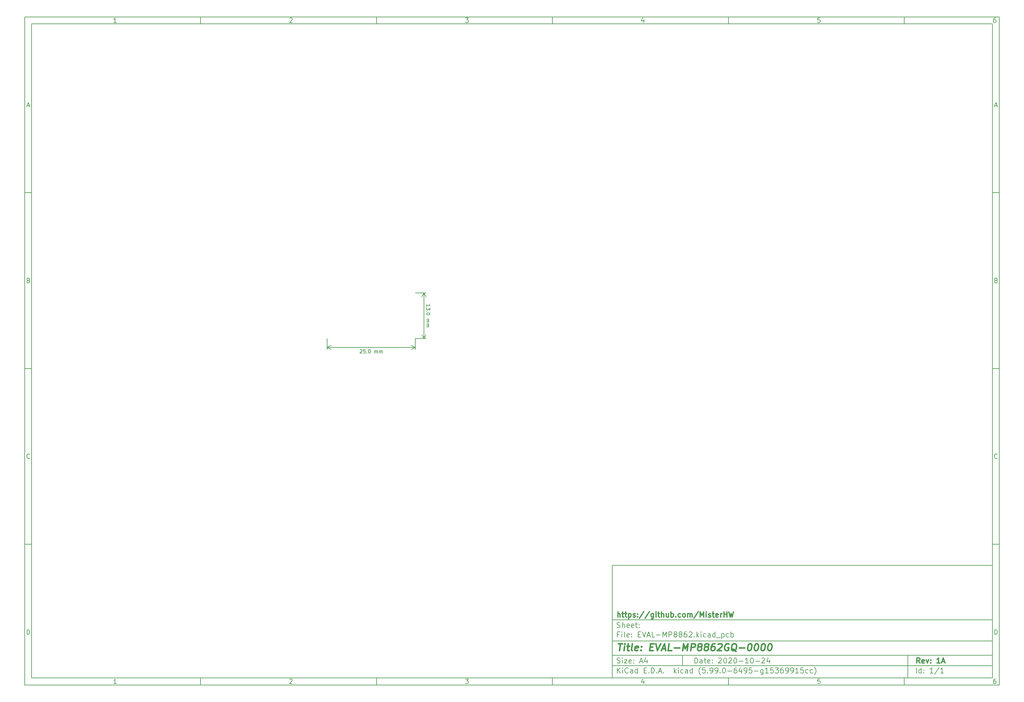
<source format=gbr>
G04 #@! TF.GenerationSoftware,KiCad,Pcbnew,(5.99.0-6495-g15369915cc)*
G04 #@! TF.CreationDate,2020-10-24T18:43:56+02:00*
G04 #@! TF.ProjectId,EVAL-MP8862,4556414c-2d4d-4503-9838-36322e6b6963,1A*
G04 #@! TF.SameCoordinates,Original*
G04 #@! TF.FileFunction,OtherDrawing,Comment*
%FSLAX46Y46*%
G04 Gerber Fmt 4.6, Leading zero omitted, Abs format (unit mm)*
G04 Created by KiCad (PCBNEW (5.99.0-6495-g15369915cc)) date 2020-10-24 18:43:56*
%MOMM*%
%LPD*%
G01*
G04 APERTURE LIST*
%ADD10C,0.100000*%
%ADD11C,0.150000*%
%ADD12C,0.300000*%
%ADD13C,0.400000*%
G04 APERTURE END LIST*
D10*
D11*
X177002200Y-166007200D02*
X177002200Y-198007200D01*
X285002200Y-198007200D01*
X285002200Y-166007200D01*
X177002200Y-166007200D01*
D10*
D11*
X10000000Y-10000000D02*
X10000000Y-200007200D01*
X287002200Y-200007200D01*
X287002200Y-10000000D01*
X10000000Y-10000000D01*
D10*
D11*
X12000000Y-12000000D02*
X12000000Y-198007200D01*
X285002200Y-198007200D01*
X285002200Y-12000000D01*
X12000000Y-12000000D01*
D10*
D11*
X60000000Y-12000000D02*
X60000000Y-10000000D01*
D10*
D11*
X110000000Y-12000000D02*
X110000000Y-10000000D01*
D10*
D11*
X160000000Y-12000000D02*
X160000000Y-10000000D01*
D10*
D11*
X210000000Y-12000000D02*
X210000000Y-10000000D01*
D10*
D11*
X260000000Y-12000000D02*
X260000000Y-10000000D01*
D10*
D11*
X36065476Y-11588095D02*
X35322619Y-11588095D01*
X35694047Y-11588095D02*
X35694047Y-10288095D01*
X35570238Y-10473809D01*
X35446428Y-10597619D01*
X35322619Y-10659523D01*
D10*
D11*
X85322619Y-10411904D02*
X85384523Y-10350000D01*
X85508333Y-10288095D01*
X85817857Y-10288095D01*
X85941666Y-10350000D01*
X86003571Y-10411904D01*
X86065476Y-10535714D01*
X86065476Y-10659523D01*
X86003571Y-10845238D01*
X85260714Y-11588095D01*
X86065476Y-11588095D01*
D10*
D11*
X135260714Y-10288095D02*
X136065476Y-10288095D01*
X135632142Y-10783333D01*
X135817857Y-10783333D01*
X135941666Y-10845238D01*
X136003571Y-10907142D01*
X136065476Y-11030952D01*
X136065476Y-11340476D01*
X136003571Y-11464285D01*
X135941666Y-11526190D01*
X135817857Y-11588095D01*
X135446428Y-11588095D01*
X135322619Y-11526190D01*
X135260714Y-11464285D01*
D10*
D11*
X185941666Y-10721428D02*
X185941666Y-11588095D01*
X185632142Y-10226190D02*
X185322619Y-11154761D01*
X186127380Y-11154761D01*
D10*
D11*
X236003571Y-10288095D02*
X235384523Y-10288095D01*
X235322619Y-10907142D01*
X235384523Y-10845238D01*
X235508333Y-10783333D01*
X235817857Y-10783333D01*
X235941666Y-10845238D01*
X236003571Y-10907142D01*
X236065476Y-11030952D01*
X236065476Y-11340476D01*
X236003571Y-11464285D01*
X235941666Y-11526190D01*
X235817857Y-11588095D01*
X235508333Y-11588095D01*
X235384523Y-11526190D01*
X235322619Y-11464285D01*
D10*
D11*
X285941666Y-10288095D02*
X285694047Y-10288095D01*
X285570238Y-10350000D01*
X285508333Y-10411904D01*
X285384523Y-10597619D01*
X285322619Y-10845238D01*
X285322619Y-11340476D01*
X285384523Y-11464285D01*
X285446428Y-11526190D01*
X285570238Y-11588095D01*
X285817857Y-11588095D01*
X285941666Y-11526190D01*
X286003571Y-11464285D01*
X286065476Y-11340476D01*
X286065476Y-11030952D01*
X286003571Y-10907142D01*
X285941666Y-10845238D01*
X285817857Y-10783333D01*
X285570238Y-10783333D01*
X285446428Y-10845238D01*
X285384523Y-10907142D01*
X285322619Y-11030952D01*
D10*
D11*
X60000000Y-198007200D02*
X60000000Y-200007200D01*
D10*
D11*
X110000000Y-198007200D02*
X110000000Y-200007200D01*
D10*
D11*
X160000000Y-198007200D02*
X160000000Y-200007200D01*
D10*
D11*
X210000000Y-198007200D02*
X210000000Y-200007200D01*
D10*
D11*
X260000000Y-198007200D02*
X260000000Y-200007200D01*
D10*
D11*
X36065476Y-199595295D02*
X35322619Y-199595295D01*
X35694047Y-199595295D02*
X35694047Y-198295295D01*
X35570238Y-198481009D01*
X35446428Y-198604819D01*
X35322619Y-198666723D01*
D10*
D11*
X85322619Y-198419104D02*
X85384523Y-198357200D01*
X85508333Y-198295295D01*
X85817857Y-198295295D01*
X85941666Y-198357200D01*
X86003571Y-198419104D01*
X86065476Y-198542914D01*
X86065476Y-198666723D01*
X86003571Y-198852438D01*
X85260714Y-199595295D01*
X86065476Y-199595295D01*
D10*
D11*
X135260714Y-198295295D02*
X136065476Y-198295295D01*
X135632142Y-198790533D01*
X135817857Y-198790533D01*
X135941666Y-198852438D01*
X136003571Y-198914342D01*
X136065476Y-199038152D01*
X136065476Y-199347676D01*
X136003571Y-199471485D01*
X135941666Y-199533390D01*
X135817857Y-199595295D01*
X135446428Y-199595295D01*
X135322619Y-199533390D01*
X135260714Y-199471485D01*
D10*
D11*
X185941666Y-198728628D02*
X185941666Y-199595295D01*
X185632142Y-198233390D02*
X185322619Y-199161961D01*
X186127380Y-199161961D01*
D10*
D11*
X236003571Y-198295295D02*
X235384523Y-198295295D01*
X235322619Y-198914342D01*
X235384523Y-198852438D01*
X235508333Y-198790533D01*
X235817857Y-198790533D01*
X235941666Y-198852438D01*
X236003571Y-198914342D01*
X236065476Y-199038152D01*
X236065476Y-199347676D01*
X236003571Y-199471485D01*
X235941666Y-199533390D01*
X235817857Y-199595295D01*
X235508333Y-199595295D01*
X235384523Y-199533390D01*
X235322619Y-199471485D01*
D10*
D11*
X285941666Y-198295295D02*
X285694047Y-198295295D01*
X285570238Y-198357200D01*
X285508333Y-198419104D01*
X285384523Y-198604819D01*
X285322619Y-198852438D01*
X285322619Y-199347676D01*
X285384523Y-199471485D01*
X285446428Y-199533390D01*
X285570238Y-199595295D01*
X285817857Y-199595295D01*
X285941666Y-199533390D01*
X286003571Y-199471485D01*
X286065476Y-199347676D01*
X286065476Y-199038152D01*
X286003571Y-198914342D01*
X285941666Y-198852438D01*
X285817857Y-198790533D01*
X285570238Y-198790533D01*
X285446428Y-198852438D01*
X285384523Y-198914342D01*
X285322619Y-199038152D01*
D10*
D11*
X10000000Y-60000000D02*
X12000000Y-60000000D01*
D10*
D11*
X10000000Y-110000000D02*
X12000000Y-110000000D01*
D10*
D11*
X10000000Y-160000000D02*
X12000000Y-160000000D01*
D10*
D11*
X10690476Y-35216666D02*
X11309523Y-35216666D01*
X10566666Y-35588095D02*
X11000000Y-34288095D01*
X11433333Y-35588095D01*
D10*
D11*
X11092857Y-84907142D02*
X11278571Y-84969047D01*
X11340476Y-85030952D01*
X11402380Y-85154761D01*
X11402380Y-85340476D01*
X11340476Y-85464285D01*
X11278571Y-85526190D01*
X11154761Y-85588095D01*
X10659523Y-85588095D01*
X10659523Y-84288095D01*
X11092857Y-84288095D01*
X11216666Y-84350000D01*
X11278571Y-84411904D01*
X11340476Y-84535714D01*
X11340476Y-84659523D01*
X11278571Y-84783333D01*
X11216666Y-84845238D01*
X11092857Y-84907142D01*
X10659523Y-84907142D01*
D10*
D11*
X11402380Y-135464285D02*
X11340476Y-135526190D01*
X11154761Y-135588095D01*
X11030952Y-135588095D01*
X10845238Y-135526190D01*
X10721428Y-135402380D01*
X10659523Y-135278571D01*
X10597619Y-135030952D01*
X10597619Y-134845238D01*
X10659523Y-134597619D01*
X10721428Y-134473809D01*
X10845238Y-134350000D01*
X11030952Y-134288095D01*
X11154761Y-134288095D01*
X11340476Y-134350000D01*
X11402380Y-134411904D01*
D10*
D11*
X10659523Y-185588095D02*
X10659523Y-184288095D01*
X10969047Y-184288095D01*
X11154761Y-184350000D01*
X11278571Y-184473809D01*
X11340476Y-184597619D01*
X11402380Y-184845238D01*
X11402380Y-185030952D01*
X11340476Y-185278571D01*
X11278571Y-185402380D01*
X11154761Y-185526190D01*
X10969047Y-185588095D01*
X10659523Y-185588095D01*
D10*
D11*
X287002200Y-60000000D02*
X285002200Y-60000000D01*
D10*
D11*
X287002200Y-110000000D02*
X285002200Y-110000000D01*
D10*
D11*
X287002200Y-160000000D02*
X285002200Y-160000000D01*
D10*
D11*
X285692676Y-35216666D02*
X286311723Y-35216666D01*
X285568866Y-35588095D02*
X286002200Y-34288095D01*
X286435533Y-35588095D01*
D10*
D11*
X286095057Y-84907142D02*
X286280771Y-84969047D01*
X286342676Y-85030952D01*
X286404580Y-85154761D01*
X286404580Y-85340476D01*
X286342676Y-85464285D01*
X286280771Y-85526190D01*
X286156961Y-85588095D01*
X285661723Y-85588095D01*
X285661723Y-84288095D01*
X286095057Y-84288095D01*
X286218866Y-84350000D01*
X286280771Y-84411904D01*
X286342676Y-84535714D01*
X286342676Y-84659523D01*
X286280771Y-84783333D01*
X286218866Y-84845238D01*
X286095057Y-84907142D01*
X285661723Y-84907142D01*
D10*
D11*
X286404580Y-135464285D02*
X286342676Y-135526190D01*
X286156961Y-135588095D01*
X286033152Y-135588095D01*
X285847438Y-135526190D01*
X285723628Y-135402380D01*
X285661723Y-135278571D01*
X285599819Y-135030952D01*
X285599819Y-134845238D01*
X285661723Y-134597619D01*
X285723628Y-134473809D01*
X285847438Y-134350000D01*
X286033152Y-134288095D01*
X286156961Y-134288095D01*
X286342676Y-134350000D01*
X286404580Y-134411904D01*
D10*
D11*
X285661723Y-185588095D02*
X285661723Y-184288095D01*
X285971247Y-184288095D01*
X286156961Y-184350000D01*
X286280771Y-184473809D01*
X286342676Y-184597619D01*
X286404580Y-184845238D01*
X286404580Y-185030952D01*
X286342676Y-185278571D01*
X286280771Y-185402380D01*
X286156961Y-185526190D01*
X285971247Y-185588095D01*
X285661723Y-185588095D01*
D10*
D11*
X200434342Y-193785771D02*
X200434342Y-192285771D01*
X200791485Y-192285771D01*
X201005771Y-192357200D01*
X201148628Y-192500057D01*
X201220057Y-192642914D01*
X201291485Y-192928628D01*
X201291485Y-193142914D01*
X201220057Y-193428628D01*
X201148628Y-193571485D01*
X201005771Y-193714342D01*
X200791485Y-193785771D01*
X200434342Y-193785771D01*
X202577200Y-193785771D02*
X202577200Y-193000057D01*
X202505771Y-192857200D01*
X202362914Y-192785771D01*
X202077200Y-192785771D01*
X201934342Y-192857200D01*
X202577200Y-193714342D02*
X202434342Y-193785771D01*
X202077200Y-193785771D01*
X201934342Y-193714342D01*
X201862914Y-193571485D01*
X201862914Y-193428628D01*
X201934342Y-193285771D01*
X202077200Y-193214342D01*
X202434342Y-193214342D01*
X202577200Y-193142914D01*
X203077200Y-192785771D02*
X203648628Y-192785771D01*
X203291485Y-192285771D02*
X203291485Y-193571485D01*
X203362914Y-193714342D01*
X203505771Y-193785771D01*
X203648628Y-193785771D01*
X204720057Y-193714342D02*
X204577200Y-193785771D01*
X204291485Y-193785771D01*
X204148628Y-193714342D01*
X204077200Y-193571485D01*
X204077200Y-193000057D01*
X204148628Y-192857200D01*
X204291485Y-192785771D01*
X204577200Y-192785771D01*
X204720057Y-192857200D01*
X204791485Y-193000057D01*
X204791485Y-193142914D01*
X204077200Y-193285771D01*
X205434342Y-193642914D02*
X205505771Y-193714342D01*
X205434342Y-193785771D01*
X205362914Y-193714342D01*
X205434342Y-193642914D01*
X205434342Y-193785771D01*
X205434342Y-192857200D02*
X205505771Y-192928628D01*
X205434342Y-193000057D01*
X205362914Y-192928628D01*
X205434342Y-192857200D01*
X205434342Y-193000057D01*
X207220057Y-192428628D02*
X207291485Y-192357200D01*
X207434342Y-192285771D01*
X207791485Y-192285771D01*
X207934342Y-192357200D01*
X208005771Y-192428628D01*
X208077200Y-192571485D01*
X208077200Y-192714342D01*
X208005771Y-192928628D01*
X207148628Y-193785771D01*
X208077200Y-193785771D01*
X209005771Y-192285771D02*
X209148628Y-192285771D01*
X209291485Y-192357200D01*
X209362914Y-192428628D01*
X209434342Y-192571485D01*
X209505771Y-192857200D01*
X209505771Y-193214342D01*
X209434342Y-193500057D01*
X209362914Y-193642914D01*
X209291485Y-193714342D01*
X209148628Y-193785771D01*
X209005771Y-193785771D01*
X208862914Y-193714342D01*
X208791485Y-193642914D01*
X208720057Y-193500057D01*
X208648628Y-193214342D01*
X208648628Y-192857200D01*
X208720057Y-192571485D01*
X208791485Y-192428628D01*
X208862914Y-192357200D01*
X209005771Y-192285771D01*
X210077200Y-192428628D02*
X210148628Y-192357200D01*
X210291485Y-192285771D01*
X210648628Y-192285771D01*
X210791485Y-192357200D01*
X210862914Y-192428628D01*
X210934342Y-192571485D01*
X210934342Y-192714342D01*
X210862914Y-192928628D01*
X210005771Y-193785771D01*
X210934342Y-193785771D01*
X211862914Y-192285771D02*
X212005771Y-192285771D01*
X212148628Y-192357200D01*
X212220057Y-192428628D01*
X212291485Y-192571485D01*
X212362914Y-192857200D01*
X212362914Y-193214342D01*
X212291485Y-193500057D01*
X212220057Y-193642914D01*
X212148628Y-193714342D01*
X212005771Y-193785771D01*
X211862914Y-193785771D01*
X211720057Y-193714342D01*
X211648628Y-193642914D01*
X211577200Y-193500057D01*
X211505771Y-193214342D01*
X211505771Y-192857200D01*
X211577200Y-192571485D01*
X211648628Y-192428628D01*
X211720057Y-192357200D01*
X211862914Y-192285771D01*
X213005771Y-193214342D02*
X214148628Y-193214342D01*
X215648628Y-193785771D02*
X214791485Y-193785771D01*
X215220057Y-193785771D02*
X215220057Y-192285771D01*
X215077200Y-192500057D01*
X214934342Y-192642914D01*
X214791485Y-192714342D01*
X216577200Y-192285771D02*
X216720057Y-192285771D01*
X216862914Y-192357200D01*
X216934342Y-192428628D01*
X217005771Y-192571485D01*
X217077200Y-192857200D01*
X217077200Y-193214342D01*
X217005771Y-193500057D01*
X216934342Y-193642914D01*
X216862914Y-193714342D01*
X216720057Y-193785771D01*
X216577200Y-193785771D01*
X216434342Y-193714342D01*
X216362914Y-193642914D01*
X216291485Y-193500057D01*
X216220057Y-193214342D01*
X216220057Y-192857200D01*
X216291485Y-192571485D01*
X216362914Y-192428628D01*
X216434342Y-192357200D01*
X216577200Y-192285771D01*
X217720057Y-193214342D02*
X218862914Y-193214342D01*
X219505771Y-192428628D02*
X219577200Y-192357200D01*
X219720057Y-192285771D01*
X220077200Y-192285771D01*
X220220057Y-192357200D01*
X220291485Y-192428628D01*
X220362914Y-192571485D01*
X220362914Y-192714342D01*
X220291485Y-192928628D01*
X219434342Y-193785771D01*
X220362914Y-193785771D01*
X221648628Y-192785771D02*
X221648628Y-193785771D01*
X221291485Y-192214342D02*
X220934342Y-193285771D01*
X221862914Y-193285771D01*
D10*
D11*
X177002200Y-194507200D02*
X285002200Y-194507200D01*
D10*
D11*
X178434342Y-196585771D02*
X178434342Y-195085771D01*
X179291485Y-196585771D02*
X178648628Y-195728628D01*
X179291485Y-195085771D02*
X178434342Y-195942914D01*
X179934342Y-196585771D02*
X179934342Y-195585771D01*
X179934342Y-195085771D02*
X179862914Y-195157200D01*
X179934342Y-195228628D01*
X180005771Y-195157200D01*
X179934342Y-195085771D01*
X179934342Y-195228628D01*
X181505771Y-196442914D02*
X181434342Y-196514342D01*
X181220057Y-196585771D01*
X181077200Y-196585771D01*
X180862914Y-196514342D01*
X180720057Y-196371485D01*
X180648628Y-196228628D01*
X180577200Y-195942914D01*
X180577200Y-195728628D01*
X180648628Y-195442914D01*
X180720057Y-195300057D01*
X180862914Y-195157200D01*
X181077200Y-195085771D01*
X181220057Y-195085771D01*
X181434342Y-195157200D01*
X181505771Y-195228628D01*
X182791485Y-196585771D02*
X182791485Y-195800057D01*
X182720057Y-195657200D01*
X182577200Y-195585771D01*
X182291485Y-195585771D01*
X182148628Y-195657200D01*
X182791485Y-196514342D02*
X182648628Y-196585771D01*
X182291485Y-196585771D01*
X182148628Y-196514342D01*
X182077200Y-196371485D01*
X182077200Y-196228628D01*
X182148628Y-196085771D01*
X182291485Y-196014342D01*
X182648628Y-196014342D01*
X182791485Y-195942914D01*
X184148628Y-196585771D02*
X184148628Y-195085771D01*
X184148628Y-196514342D02*
X184005771Y-196585771D01*
X183720057Y-196585771D01*
X183577200Y-196514342D01*
X183505771Y-196442914D01*
X183434342Y-196300057D01*
X183434342Y-195871485D01*
X183505771Y-195728628D01*
X183577200Y-195657200D01*
X183720057Y-195585771D01*
X184005771Y-195585771D01*
X184148628Y-195657200D01*
X186005771Y-195800057D02*
X186505771Y-195800057D01*
X186720057Y-196585771D02*
X186005771Y-196585771D01*
X186005771Y-195085771D01*
X186720057Y-195085771D01*
X187362914Y-196442914D02*
X187434342Y-196514342D01*
X187362914Y-196585771D01*
X187291485Y-196514342D01*
X187362914Y-196442914D01*
X187362914Y-196585771D01*
X188077200Y-196585771D02*
X188077200Y-195085771D01*
X188434342Y-195085771D01*
X188648628Y-195157200D01*
X188791485Y-195300057D01*
X188862914Y-195442914D01*
X188934342Y-195728628D01*
X188934342Y-195942914D01*
X188862914Y-196228628D01*
X188791485Y-196371485D01*
X188648628Y-196514342D01*
X188434342Y-196585771D01*
X188077200Y-196585771D01*
X189577200Y-196442914D02*
X189648628Y-196514342D01*
X189577200Y-196585771D01*
X189505771Y-196514342D01*
X189577200Y-196442914D01*
X189577200Y-196585771D01*
X190220057Y-196157200D02*
X190934342Y-196157200D01*
X190077200Y-196585771D02*
X190577200Y-195085771D01*
X191077200Y-196585771D01*
X191577200Y-196442914D02*
X191648628Y-196514342D01*
X191577200Y-196585771D01*
X191505771Y-196514342D01*
X191577200Y-196442914D01*
X191577200Y-196585771D01*
X194577200Y-196585771D02*
X194577200Y-195085771D01*
X194720057Y-196014342D02*
X195148628Y-196585771D01*
X195148628Y-195585771D02*
X194577200Y-196157200D01*
X195791485Y-196585771D02*
X195791485Y-195585771D01*
X195791485Y-195085771D02*
X195720057Y-195157200D01*
X195791485Y-195228628D01*
X195862914Y-195157200D01*
X195791485Y-195085771D01*
X195791485Y-195228628D01*
X197148628Y-196514342D02*
X197005771Y-196585771D01*
X196720057Y-196585771D01*
X196577200Y-196514342D01*
X196505771Y-196442914D01*
X196434342Y-196300057D01*
X196434342Y-195871485D01*
X196505771Y-195728628D01*
X196577200Y-195657200D01*
X196720057Y-195585771D01*
X197005771Y-195585771D01*
X197148628Y-195657200D01*
X198434342Y-196585771D02*
X198434342Y-195800057D01*
X198362914Y-195657200D01*
X198220057Y-195585771D01*
X197934342Y-195585771D01*
X197791485Y-195657200D01*
X198434342Y-196514342D02*
X198291485Y-196585771D01*
X197934342Y-196585771D01*
X197791485Y-196514342D01*
X197720057Y-196371485D01*
X197720057Y-196228628D01*
X197791485Y-196085771D01*
X197934342Y-196014342D01*
X198291485Y-196014342D01*
X198434342Y-195942914D01*
X199791485Y-196585771D02*
X199791485Y-195085771D01*
X199791485Y-196514342D02*
X199648628Y-196585771D01*
X199362914Y-196585771D01*
X199220057Y-196514342D01*
X199148628Y-196442914D01*
X199077200Y-196300057D01*
X199077200Y-195871485D01*
X199148628Y-195728628D01*
X199220057Y-195657200D01*
X199362914Y-195585771D01*
X199648628Y-195585771D01*
X199791485Y-195657200D01*
X202077200Y-197157200D02*
X202005771Y-197085771D01*
X201862914Y-196871485D01*
X201791485Y-196728628D01*
X201720057Y-196514342D01*
X201648628Y-196157200D01*
X201648628Y-195871485D01*
X201720057Y-195514342D01*
X201791485Y-195300057D01*
X201862914Y-195157200D01*
X202005771Y-194942914D01*
X202077200Y-194871485D01*
X203362914Y-195085771D02*
X202648628Y-195085771D01*
X202577200Y-195800057D01*
X202648628Y-195728628D01*
X202791485Y-195657200D01*
X203148628Y-195657200D01*
X203291485Y-195728628D01*
X203362914Y-195800057D01*
X203434342Y-195942914D01*
X203434342Y-196300057D01*
X203362914Y-196442914D01*
X203291485Y-196514342D01*
X203148628Y-196585771D01*
X202791485Y-196585771D01*
X202648628Y-196514342D01*
X202577200Y-196442914D01*
X204077200Y-196442914D02*
X204148628Y-196514342D01*
X204077200Y-196585771D01*
X204005771Y-196514342D01*
X204077200Y-196442914D01*
X204077200Y-196585771D01*
X204862914Y-196585771D02*
X205148628Y-196585771D01*
X205291485Y-196514342D01*
X205362914Y-196442914D01*
X205505771Y-196228628D01*
X205577200Y-195942914D01*
X205577200Y-195371485D01*
X205505771Y-195228628D01*
X205434342Y-195157200D01*
X205291485Y-195085771D01*
X205005771Y-195085771D01*
X204862914Y-195157200D01*
X204791485Y-195228628D01*
X204720057Y-195371485D01*
X204720057Y-195728628D01*
X204791485Y-195871485D01*
X204862914Y-195942914D01*
X205005771Y-196014342D01*
X205291485Y-196014342D01*
X205434342Y-195942914D01*
X205505771Y-195871485D01*
X205577200Y-195728628D01*
X206291485Y-196585771D02*
X206577200Y-196585771D01*
X206720057Y-196514342D01*
X206791485Y-196442914D01*
X206934342Y-196228628D01*
X207005771Y-195942914D01*
X207005771Y-195371485D01*
X206934342Y-195228628D01*
X206862914Y-195157200D01*
X206720057Y-195085771D01*
X206434342Y-195085771D01*
X206291485Y-195157200D01*
X206220057Y-195228628D01*
X206148628Y-195371485D01*
X206148628Y-195728628D01*
X206220057Y-195871485D01*
X206291485Y-195942914D01*
X206434342Y-196014342D01*
X206720057Y-196014342D01*
X206862914Y-195942914D01*
X206934342Y-195871485D01*
X207005771Y-195728628D01*
X207648628Y-196442914D02*
X207720057Y-196514342D01*
X207648628Y-196585771D01*
X207577200Y-196514342D01*
X207648628Y-196442914D01*
X207648628Y-196585771D01*
X208648628Y-195085771D02*
X208791485Y-195085771D01*
X208934342Y-195157200D01*
X209005771Y-195228628D01*
X209077200Y-195371485D01*
X209148628Y-195657200D01*
X209148628Y-196014342D01*
X209077200Y-196300057D01*
X209005771Y-196442914D01*
X208934342Y-196514342D01*
X208791485Y-196585771D01*
X208648628Y-196585771D01*
X208505771Y-196514342D01*
X208434342Y-196442914D01*
X208362914Y-196300057D01*
X208291485Y-196014342D01*
X208291485Y-195657200D01*
X208362914Y-195371485D01*
X208434342Y-195228628D01*
X208505771Y-195157200D01*
X208648628Y-195085771D01*
X209791485Y-196014342D02*
X210934342Y-196014342D01*
X212291485Y-195085771D02*
X212005771Y-195085771D01*
X211862914Y-195157200D01*
X211791485Y-195228628D01*
X211648628Y-195442914D01*
X211577200Y-195728628D01*
X211577200Y-196300057D01*
X211648628Y-196442914D01*
X211720057Y-196514342D01*
X211862914Y-196585771D01*
X212148628Y-196585771D01*
X212291485Y-196514342D01*
X212362914Y-196442914D01*
X212434342Y-196300057D01*
X212434342Y-195942914D01*
X212362914Y-195800057D01*
X212291485Y-195728628D01*
X212148628Y-195657200D01*
X211862914Y-195657200D01*
X211720057Y-195728628D01*
X211648628Y-195800057D01*
X211577200Y-195942914D01*
X213720057Y-195585771D02*
X213720057Y-196585771D01*
X213362914Y-195014342D02*
X213005771Y-196085771D01*
X213934342Y-196085771D01*
X214577200Y-196585771D02*
X214862914Y-196585771D01*
X215005771Y-196514342D01*
X215077200Y-196442914D01*
X215220057Y-196228628D01*
X215291485Y-195942914D01*
X215291485Y-195371485D01*
X215220057Y-195228628D01*
X215148628Y-195157200D01*
X215005771Y-195085771D01*
X214720057Y-195085771D01*
X214577200Y-195157200D01*
X214505771Y-195228628D01*
X214434342Y-195371485D01*
X214434342Y-195728628D01*
X214505771Y-195871485D01*
X214577200Y-195942914D01*
X214720057Y-196014342D01*
X215005771Y-196014342D01*
X215148628Y-195942914D01*
X215220057Y-195871485D01*
X215291485Y-195728628D01*
X216648628Y-195085771D02*
X215934342Y-195085771D01*
X215862914Y-195800057D01*
X215934342Y-195728628D01*
X216077200Y-195657200D01*
X216434342Y-195657200D01*
X216577200Y-195728628D01*
X216648628Y-195800057D01*
X216720057Y-195942914D01*
X216720057Y-196300057D01*
X216648628Y-196442914D01*
X216577200Y-196514342D01*
X216434342Y-196585771D01*
X216077200Y-196585771D01*
X215934342Y-196514342D01*
X215862914Y-196442914D01*
X217362914Y-196014342D02*
X218505771Y-196014342D01*
X219862914Y-195585771D02*
X219862914Y-196800057D01*
X219791485Y-196942914D01*
X219720057Y-197014342D01*
X219577200Y-197085771D01*
X219362914Y-197085771D01*
X219220057Y-197014342D01*
X219862914Y-196514342D02*
X219720057Y-196585771D01*
X219434342Y-196585771D01*
X219291485Y-196514342D01*
X219220057Y-196442914D01*
X219148628Y-196300057D01*
X219148628Y-195871485D01*
X219220057Y-195728628D01*
X219291485Y-195657200D01*
X219434342Y-195585771D01*
X219720057Y-195585771D01*
X219862914Y-195657200D01*
X221362914Y-196585771D02*
X220505771Y-196585771D01*
X220934342Y-196585771D02*
X220934342Y-195085771D01*
X220791485Y-195300057D01*
X220648628Y-195442914D01*
X220505771Y-195514342D01*
X222720057Y-195085771D02*
X222005771Y-195085771D01*
X221934342Y-195800057D01*
X222005771Y-195728628D01*
X222148628Y-195657200D01*
X222505771Y-195657200D01*
X222648628Y-195728628D01*
X222720057Y-195800057D01*
X222791485Y-195942914D01*
X222791485Y-196300057D01*
X222720057Y-196442914D01*
X222648628Y-196514342D01*
X222505771Y-196585771D01*
X222148628Y-196585771D01*
X222005771Y-196514342D01*
X221934342Y-196442914D01*
X223291485Y-195085771D02*
X224220057Y-195085771D01*
X223720057Y-195657200D01*
X223934342Y-195657200D01*
X224077200Y-195728628D01*
X224148628Y-195800057D01*
X224220057Y-195942914D01*
X224220057Y-196300057D01*
X224148628Y-196442914D01*
X224077200Y-196514342D01*
X223934342Y-196585771D01*
X223505771Y-196585771D01*
X223362914Y-196514342D01*
X223291485Y-196442914D01*
X225505771Y-195085771D02*
X225220057Y-195085771D01*
X225077200Y-195157200D01*
X225005771Y-195228628D01*
X224862914Y-195442914D01*
X224791485Y-195728628D01*
X224791485Y-196300057D01*
X224862914Y-196442914D01*
X224934342Y-196514342D01*
X225077200Y-196585771D01*
X225362914Y-196585771D01*
X225505771Y-196514342D01*
X225577200Y-196442914D01*
X225648628Y-196300057D01*
X225648628Y-195942914D01*
X225577200Y-195800057D01*
X225505771Y-195728628D01*
X225362914Y-195657200D01*
X225077200Y-195657200D01*
X224934342Y-195728628D01*
X224862914Y-195800057D01*
X224791485Y-195942914D01*
X226362914Y-196585771D02*
X226648628Y-196585771D01*
X226791485Y-196514342D01*
X226862914Y-196442914D01*
X227005771Y-196228628D01*
X227077199Y-195942914D01*
X227077199Y-195371485D01*
X227005771Y-195228628D01*
X226934342Y-195157200D01*
X226791485Y-195085771D01*
X226505771Y-195085771D01*
X226362914Y-195157200D01*
X226291485Y-195228628D01*
X226220057Y-195371485D01*
X226220057Y-195728628D01*
X226291485Y-195871485D01*
X226362914Y-195942914D01*
X226505771Y-196014342D01*
X226791485Y-196014342D01*
X226934342Y-195942914D01*
X227005771Y-195871485D01*
X227077199Y-195728628D01*
X227791485Y-196585771D02*
X228077199Y-196585771D01*
X228220057Y-196514342D01*
X228291485Y-196442914D01*
X228434342Y-196228628D01*
X228505771Y-195942914D01*
X228505771Y-195371485D01*
X228434342Y-195228628D01*
X228362914Y-195157200D01*
X228220057Y-195085771D01*
X227934342Y-195085771D01*
X227791485Y-195157200D01*
X227720057Y-195228628D01*
X227648628Y-195371485D01*
X227648628Y-195728628D01*
X227720057Y-195871485D01*
X227791485Y-195942914D01*
X227934342Y-196014342D01*
X228220057Y-196014342D01*
X228362914Y-195942914D01*
X228434342Y-195871485D01*
X228505771Y-195728628D01*
X229934342Y-196585771D02*
X229077199Y-196585771D01*
X229505771Y-196585771D02*
X229505771Y-195085771D01*
X229362914Y-195300057D01*
X229220057Y-195442914D01*
X229077199Y-195514342D01*
X231291485Y-195085771D02*
X230577199Y-195085771D01*
X230505771Y-195800057D01*
X230577199Y-195728628D01*
X230720057Y-195657200D01*
X231077199Y-195657200D01*
X231220057Y-195728628D01*
X231291485Y-195800057D01*
X231362914Y-195942914D01*
X231362914Y-196300057D01*
X231291485Y-196442914D01*
X231220057Y-196514342D01*
X231077199Y-196585771D01*
X230720057Y-196585771D01*
X230577199Y-196514342D01*
X230505771Y-196442914D01*
X232648628Y-196514342D02*
X232505771Y-196585771D01*
X232220057Y-196585771D01*
X232077199Y-196514342D01*
X232005771Y-196442914D01*
X231934342Y-196300057D01*
X231934342Y-195871485D01*
X232005771Y-195728628D01*
X232077199Y-195657200D01*
X232220057Y-195585771D01*
X232505771Y-195585771D01*
X232648628Y-195657200D01*
X233934342Y-196514342D02*
X233791485Y-196585771D01*
X233505771Y-196585771D01*
X233362914Y-196514342D01*
X233291485Y-196442914D01*
X233220057Y-196300057D01*
X233220057Y-195871485D01*
X233291485Y-195728628D01*
X233362914Y-195657200D01*
X233505771Y-195585771D01*
X233791485Y-195585771D01*
X233934342Y-195657200D01*
X234434342Y-197157200D02*
X234505771Y-197085771D01*
X234648628Y-196871485D01*
X234720057Y-196728628D01*
X234791485Y-196514342D01*
X234862914Y-196157200D01*
X234862914Y-195871485D01*
X234791485Y-195514342D01*
X234720057Y-195300057D01*
X234648628Y-195157200D01*
X234505771Y-194942914D01*
X234434342Y-194871485D01*
D10*
D11*
X177002200Y-191507200D02*
X285002200Y-191507200D01*
D10*
D12*
X264411485Y-193785771D02*
X263911485Y-193071485D01*
X263554342Y-193785771D02*
X263554342Y-192285771D01*
X264125771Y-192285771D01*
X264268628Y-192357200D01*
X264340057Y-192428628D01*
X264411485Y-192571485D01*
X264411485Y-192785771D01*
X264340057Y-192928628D01*
X264268628Y-193000057D01*
X264125771Y-193071485D01*
X263554342Y-193071485D01*
X265625771Y-193714342D02*
X265482914Y-193785771D01*
X265197200Y-193785771D01*
X265054342Y-193714342D01*
X264982914Y-193571485D01*
X264982914Y-193000057D01*
X265054342Y-192857200D01*
X265197200Y-192785771D01*
X265482914Y-192785771D01*
X265625771Y-192857200D01*
X265697200Y-193000057D01*
X265697200Y-193142914D01*
X264982914Y-193285771D01*
X266197200Y-192785771D02*
X266554342Y-193785771D01*
X266911485Y-192785771D01*
X267482914Y-193642914D02*
X267554342Y-193714342D01*
X267482914Y-193785771D01*
X267411485Y-193714342D01*
X267482914Y-193642914D01*
X267482914Y-193785771D01*
X267482914Y-192857200D02*
X267554342Y-192928628D01*
X267482914Y-193000057D01*
X267411485Y-192928628D01*
X267482914Y-192857200D01*
X267482914Y-193000057D01*
X270125771Y-193785771D02*
X269268628Y-193785771D01*
X269697200Y-193785771D02*
X269697200Y-192285771D01*
X269554342Y-192500057D01*
X269411485Y-192642914D01*
X269268628Y-192714342D01*
X270697200Y-193357200D02*
X271411485Y-193357200D01*
X270554342Y-193785771D02*
X271054342Y-192285771D01*
X271554342Y-193785771D01*
D10*
D11*
X178362914Y-193714342D02*
X178577200Y-193785771D01*
X178934342Y-193785771D01*
X179077200Y-193714342D01*
X179148628Y-193642914D01*
X179220057Y-193500057D01*
X179220057Y-193357200D01*
X179148628Y-193214342D01*
X179077200Y-193142914D01*
X178934342Y-193071485D01*
X178648628Y-193000057D01*
X178505771Y-192928628D01*
X178434342Y-192857200D01*
X178362914Y-192714342D01*
X178362914Y-192571485D01*
X178434342Y-192428628D01*
X178505771Y-192357200D01*
X178648628Y-192285771D01*
X179005771Y-192285771D01*
X179220057Y-192357200D01*
X179862914Y-193785771D02*
X179862914Y-192785771D01*
X179862914Y-192285771D02*
X179791485Y-192357200D01*
X179862914Y-192428628D01*
X179934342Y-192357200D01*
X179862914Y-192285771D01*
X179862914Y-192428628D01*
X180434342Y-192785771D02*
X181220057Y-192785771D01*
X180434342Y-193785771D01*
X181220057Y-193785771D01*
X182362914Y-193714342D02*
X182220057Y-193785771D01*
X181934342Y-193785771D01*
X181791485Y-193714342D01*
X181720057Y-193571485D01*
X181720057Y-193000057D01*
X181791485Y-192857200D01*
X181934342Y-192785771D01*
X182220057Y-192785771D01*
X182362914Y-192857200D01*
X182434342Y-193000057D01*
X182434342Y-193142914D01*
X181720057Y-193285771D01*
X183077200Y-193642914D02*
X183148628Y-193714342D01*
X183077200Y-193785771D01*
X183005771Y-193714342D01*
X183077200Y-193642914D01*
X183077200Y-193785771D01*
X183077200Y-192857200D02*
X183148628Y-192928628D01*
X183077200Y-193000057D01*
X183005771Y-192928628D01*
X183077200Y-192857200D01*
X183077200Y-193000057D01*
X184862914Y-193357200D02*
X185577200Y-193357200D01*
X184720057Y-193785771D02*
X185220057Y-192285771D01*
X185720057Y-193785771D01*
X186862914Y-192785771D02*
X186862914Y-193785771D01*
X186505771Y-192214342D02*
X186148628Y-193285771D01*
X187077200Y-193285771D01*
D10*
D11*
X263434342Y-196585771D02*
X263434342Y-195085771D01*
X264791485Y-196585771D02*
X264791485Y-195085771D01*
X264791485Y-196514342D02*
X264648628Y-196585771D01*
X264362914Y-196585771D01*
X264220057Y-196514342D01*
X264148628Y-196442914D01*
X264077200Y-196300057D01*
X264077200Y-195871485D01*
X264148628Y-195728628D01*
X264220057Y-195657200D01*
X264362914Y-195585771D01*
X264648628Y-195585771D01*
X264791485Y-195657200D01*
X265505771Y-196442914D02*
X265577200Y-196514342D01*
X265505771Y-196585771D01*
X265434342Y-196514342D01*
X265505771Y-196442914D01*
X265505771Y-196585771D01*
X265505771Y-195657200D02*
X265577200Y-195728628D01*
X265505771Y-195800057D01*
X265434342Y-195728628D01*
X265505771Y-195657200D01*
X265505771Y-195800057D01*
X268148628Y-196585771D02*
X267291485Y-196585771D01*
X267720057Y-196585771D02*
X267720057Y-195085771D01*
X267577200Y-195300057D01*
X267434342Y-195442914D01*
X267291485Y-195514342D01*
X269862914Y-195014342D02*
X268577200Y-196942914D01*
X271148628Y-196585771D02*
X270291485Y-196585771D01*
X270720057Y-196585771D02*
X270720057Y-195085771D01*
X270577200Y-195300057D01*
X270434342Y-195442914D01*
X270291485Y-195514342D01*
D10*
D11*
X177002200Y-187507200D02*
X285002200Y-187507200D01*
D10*
D13*
X178714580Y-188211961D02*
X179857438Y-188211961D01*
X179036009Y-190211961D02*
X179286009Y-188211961D01*
X180274104Y-190211961D02*
X180440771Y-188878628D01*
X180524104Y-188211961D02*
X180416961Y-188307200D01*
X180500295Y-188402438D01*
X180607438Y-188307200D01*
X180524104Y-188211961D01*
X180500295Y-188402438D01*
X181107438Y-188878628D02*
X181869342Y-188878628D01*
X181476485Y-188211961D02*
X181262200Y-189926247D01*
X181333628Y-190116723D01*
X181512200Y-190211961D01*
X181702676Y-190211961D01*
X182655057Y-190211961D02*
X182476485Y-190116723D01*
X182405057Y-189926247D01*
X182619342Y-188211961D01*
X184190771Y-190116723D02*
X183988390Y-190211961D01*
X183607438Y-190211961D01*
X183428866Y-190116723D01*
X183357438Y-189926247D01*
X183452676Y-189164342D01*
X183571723Y-188973866D01*
X183774104Y-188878628D01*
X184155057Y-188878628D01*
X184333628Y-188973866D01*
X184405057Y-189164342D01*
X184381247Y-189354819D01*
X183405057Y-189545295D01*
X185155057Y-190021485D02*
X185238390Y-190116723D01*
X185131247Y-190211961D01*
X185047914Y-190116723D01*
X185155057Y-190021485D01*
X185131247Y-190211961D01*
X185286009Y-188973866D02*
X185369342Y-189069104D01*
X185262200Y-189164342D01*
X185178866Y-189069104D01*
X185286009Y-188973866D01*
X185262200Y-189164342D01*
X187738390Y-189164342D02*
X188405057Y-189164342D01*
X188559819Y-190211961D02*
X187607438Y-190211961D01*
X187857438Y-188211961D01*
X188809819Y-188211961D01*
X189381247Y-188211961D02*
X189797914Y-190211961D01*
X190714580Y-188211961D01*
X191107438Y-189640533D02*
X192059819Y-189640533D01*
X190845533Y-190211961D02*
X191762200Y-188211961D01*
X192178866Y-190211961D01*
X193797914Y-190211961D02*
X192845533Y-190211961D01*
X193095533Y-188211961D01*
X194559819Y-189450057D02*
X196083628Y-189450057D01*
X196940771Y-190211961D02*
X197190771Y-188211961D01*
X197678866Y-189640533D01*
X198524104Y-188211961D01*
X198274104Y-190211961D01*
X199226485Y-190211961D02*
X199476485Y-188211961D01*
X200238390Y-188211961D01*
X200416961Y-188307200D01*
X200500295Y-188402438D01*
X200571723Y-188592914D01*
X200536009Y-188878628D01*
X200416961Y-189069104D01*
X200309819Y-189164342D01*
X200107438Y-189259580D01*
X199345533Y-189259580D01*
X201655057Y-189069104D02*
X201476485Y-188973866D01*
X201393152Y-188878628D01*
X201321723Y-188688152D01*
X201333628Y-188592914D01*
X201452676Y-188402438D01*
X201559819Y-188307200D01*
X201762200Y-188211961D01*
X202143152Y-188211961D01*
X202321723Y-188307200D01*
X202405057Y-188402438D01*
X202476485Y-188592914D01*
X202464580Y-188688152D01*
X202345533Y-188878628D01*
X202238390Y-188973866D01*
X202036009Y-189069104D01*
X201655057Y-189069104D01*
X201452676Y-189164342D01*
X201345533Y-189259580D01*
X201226485Y-189450057D01*
X201178866Y-189831009D01*
X201250295Y-190021485D01*
X201333628Y-190116723D01*
X201512200Y-190211961D01*
X201893152Y-190211961D01*
X202095533Y-190116723D01*
X202202676Y-190021485D01*
X202321723Y-189831009D01*
X202369342Y-189450057D01*
X202297914Y-189259580D01*
X202214580Y-189164342D01*
X202036009Y-189069104D01*
X203559819Y-189069104D02*
X203381247Y-188973866D01*
X203297914Y-188878628D01*
X203226485Y-188688152D01*
X203238390Y-188592914D01*
X203357438Y-188402438D01*
X203464580Y-188307200D01*
X203666961Y-188211961D01*
X204047914Y-188211961D01*
X204226485Y-188307200D01*
X204309819Y-188402438D01*
X204381247Y-188592914D01*
X204369342Y-188688152D01*
X204250295Y-188878628D01*
X204143152Y-188973866D01*
X203940771Y-189069104D01*
X203559819Y-189069104D01*
X203357438Y-189164342D01*
X203250295Y-189259580D01*
X203131247Y-189450057D01*
X203083628Y-189831009D01*
X203155057Y-190021485D01*
X203238390Y-190116723D01*
X203416961Y-190211961D01*
X203797914Y-190211961D01*
X204000295Y-190116723D01*
X204107438Y-190021485D01*
X204226485Y-189831009D01*
X204274104Y-189450057D01*
X204202676Y-189259580D01*
X204119342Y-189164342D01*
X203940771Y-189069104D01*
X206143152Y-188211961D02*
X205762200Y-188211961D01*
X205559819Y-188307200D01*
X205452676Y-188402438D01*
X205226485Y-188688152D01*
X205083628Y-189069104D01*
X204988390Y-189831009D01*
X205059819Y-190021485D01*
X205143152Y-190116723D01*
X205321723Y-190211961D01*
X205702676Y-190211961D01*
X205905057Y-190116723D01*
X206012200Y-190021485D01*
X206131247Y-189831009D01*
X206190771Y-189354819D01*
X206119342Y-189164342D01*
X206036009Y-189069104D01*
X205857438Y-188973866D01*
X205476485Y-188973866D01*
X205274104Y-189069104D01*
X205166961Y-189164342D01*
X205047914Y-189354819D01*
X207071723Y-188402438D02*
X207178866Y-188307200D01*
X207381247Y-188211961D01*
X207857438Y-188211961D01*
X208036009Y-188307200D01*
X208119342Y-188402438D01*
X208190771Y-188592914D01*
X208166961Y-188783390D01*
X208036009Y-189069104D01*
X206750295Y-190211961D01*
X207988390Y-190211961D01*
X210131247Y-188307200D02*
X209952676Y-188211961D01*
X209666961Y-188211961D01*
X209369342Y-188307200D01*
X209155057Y-188497676D01*
X209036009Y-188688152D01*
X208893152Y-189069104D01*
X208857438Y-189354819D01*
X208905057Y-189735771D01*
X208976485Y-189926247D01*
X209143152Y-190116723D01*
X209416961Y-190211961D01*
X209607438Y-190211961D01*
X209905057Y-190116723D01*
X210012200Y-190021485D01*
X210095533Y-189354819D01*
X209714580Y-189354819D01*
X212155057Y-190402438D02*
X211976485Y-190307200D01*
X211809819Y-190116723D01*
X211559819Y-189831009D01*
X211381247Y-189735771D01*
X211190771Y-189735771D01*
X211226485Y-190211961D02*
X211047914Y-190116723D01*
X210881247Y-189926247D01*
X210833628Y-189545295D01*
X210916961Y-188878628D01*
X211059819Y-188497676D01*
X211274104Y-188307200D01*
X211476485Y-188211961D01*
X211857438Y-188211961D01*
X212036009Y-188307200D01*
X212202676Y-188497676D01*
X212250295Y-188878628D01*
X212166961Y-189545295D01*
X212024104Y-189926247D01*
X211809819Y-190116723D01*
X211607438Y-190211961D01*
X211226485Y-190211961D01*
X213036009Y-189450057D02*
X214559819Y-189450057D01*
X216047914Y-188211961D02*
X216238390Y-188211961D01*
X216416961Y-188307200D01*
X216500295Y-188402438D01*
X216571723Y-188592914D01*
X216619342Y-188973866D01*
X216559819Y-189450057D01*
X216416961Y-189831009D01*
X216297914Y-190021485D01*
X216190771Y-190116723D01*
X215988390Y-190211961D01*
X215797914Y-190211961D01*
X215619342Y-190116723D01*
X215536009Y-190021485D01*
X215464580Y-189831009D01*
X215416961Y-189450057D01*
X215476485Y-188973866D01*
X215619342Y-188592914D01*
X215738390Y-188402438D01*
X215845533Y-188307200D01*
X216047914Y-188211961D01*
X217952676Y-188211961D02*
X218143152Y-188211961D01*
X218321723Y-188307200D01*
X218405057Y-188402438D01*
X218476485Y-188592914D01*
X218524104Y-188973866D01*
X218464580Y-189450057D01*
X218321723Y-189831009D01*
X218202676Y-190021485D01*
X218095533Y-190116723D01*
X217893152Y-190211961D01*
X217702676Y-190211961D01*
X217524104Y-190116723D01*
X217440771Y-190021485D01*
X217369342Y-189831009D01*
X217321723Y-189450057D01*
X217381247Y-188973866D01*
X217524104Y-188592914D01*
X217643152Y-188402438D01*
X217750295Y-188307200D01*
X217952676Y-188211961D01*
X219857438Y-188211961D02*
X220047914Y-188211961D01*
X220226485Y-188307200D01*
X220309819Y-188402438D01*
X220381247Y-188592914D01*
X220428866Y-188973866D01*
X220369342Y-189450057D01*
X220226485Y-189831009D01*
X220107438Y-190021485D01*
X220000295Y-190116723D01*
X219797914Y-190211961D01*
X219607438Y-190211961D01*
X219428866Y-190116723D01*
X219345533Y-190021485D01*
X219274104Y-189831009D01*
X219226485Y-189450057D01*
X219286009Y-188973866D01*
X219428866Y-188592914D01*
X219547914Y-188402438D01*
X219655057Y-188307200D01*
X219857438Y-188211961D01*
X221762200Y-188211961D02*
X221952676Y-188211961D01*
X222131247Y-188307200D01*
X222214580Y-188402438D01*
X222286009Y-188592914D01*
X222333628Y-188973866D01*
X222274104Y-189450057D01*
X222131247Y-189831009D01*
X222012200Y-190021485D01*
X221905057Y-190116723D01*
X221702676Y-190211961D01*
X221512200Y-190211961D01*
X221333628Y-190116723D01*
X221250295Y-190021485D01*
X221178866Y-189831009D01*
X221131247Y-189450057D01*
X221190771Y-188973866D01*
X221333628Y-188592914D01*
X221452676Y-188402438D01*
X221559819Y-188307200D01*
X221762200Y-188211961D01*
D10*
D11*
X178934342Y-185600057D02*
X178434342Y-185600057D01*
X178434342Y-186385771D02*
X178434342Y-184885771D01*
X179148628Y-184885771D01*
X179720057Y-186385771D02*
X179720057Y-185385771D01*
X179720057Y-184885771D02*
X179648628Y-184957200D01*
X179720057Y-185028628D01*
X179791485Y-184957200D01*
X179720057Y-184885771D01*
X179720057Y-185028628D01*
X180648628Y-186385771D02*
X180505771Y-186314342D01*
X180434342Y-186171485D01*
X180434342Y-184885771D01*
X181791485Y-186314342D02*
X181648628Y-186385771D01*
X181362914Y-186385771D01*
X181220057Y-186314342D01*
X181148628Y-186171485D01*
X181148628Y-185600057D01*
X181220057Y-185457200D01*
X181362914Y-185385771D01*
X181648628Y-185385771D01*
X181791485Y-185457200D01*
X181862914Y-185600057D01*
X181862914Y-185742914D01*
X181148628Y-185885771D01*
X182505771Y-186242914D02*
X182577200Y-186314342D01*
X182505771Y-186385771D01*
X182434342Y-186314342D01*
X182505771Y-186242914D01*
X182505771Y-186385771D01*
X182505771Y-185457200D02*
X182577200Y-185528628D01*
X182505771Y-185600057D01*
X182434342Y-185528628D01*
X182505771Y-185457200D01*
X182505771Y-185600057D01*
X184362914Y-185600057D02*
X184862914Y-185600057D01*
X185077200Y-186385771D02*
X184362914Y-186385771D01*
X184362914Y-184885771D01*
X185077200Y-184885771D01*
X185505771Y-184885771D02*
X186005771Y-186385771D01*
X186505771Y-184885771D01*
X186934342Y-185957200D02*
X187648628Y-185957200D01*
X186791485Y-186385771D02*
X187291485Y-184885771D01*
X187791485Y-186385771D01*
X189005771Y-186385771D02*
X188291485Y-186385771D01*
X188291485Y-184885771D01*
X189505771Y-185814342D02*
X190648628Y-185814342D01*
X191362914Y-186385771D02*
X191362914Y-184885771D01*
X191862914Y-185957200D01*
X192362914Y-184885771D01*
X192362914Y-186385771D01*
X193077200Y-186385771D02*
X193077200Y-184885771D01*
X193648628Y-184885771D01*
X193791485Y-184957200D01*
X193862914Y-185028628D01*
X193934342Y-185171485D01*
X193934342Y-185385771D01*
X193862914Y-185528628D01*
X193791485Y-185600057D01*
X193648628Y-185671485D01*
X193077200Y-185671485D01*
X194791485Y-185528628D02*
X194648628Y-185457200D01*
X194577200Y-185385771D01*
X194505771Y-185242914D01*
X194505771Y-185171485D01*
X194577200Y-185028628D01*
X194648628Y-184957200D01*
X194791485Y-184885771D01*
X195077200Y-184885771D01*
X195220057Y-184957200D01*
X195291485Y-185028628D01*
X195362914Y-185171485D01*
X195362914Y-185242914D01*
X195291485Y-185385771D01*
X195220057Y-185457200D01*
X195077200Y-185528628D01*
X194791485Y-185528628D01*
X194648628Y-185600057D01*
X194577200Y-185671485D01*
X194505771Y-185814342D01*
X194505771Y-186100057D01*
X194577200Y-186242914D01*
X194648628Y-186314342D01*
X194791485Y-186385771D01*
X195077200Y-186385771D01*
X195220057Y-186314342D01*
X195291485Y-186242914D01*
X195362914Y-186100057D01*
X195362914Y-185814342D01*
X195291485Y-185671485D01*
X195220057Y-185600057D01*
X195077200Y-185528628D01*
X196220057Y-185528628D02*
X196077200Y-185457200D01*
X196005771Y-185385771D01*
X195934342Y-185242914D01*
X195934342Y-185171485D01*
X196005771Y-185028628D01*
X196077200Y-184957200D01*
X196220057Y-184885771D01*
X196505771Y-184885771D01*
X196648628Y-184957200D01*
X196720057Y-185028628D01*
X196791485Y-185171485D01*
X196791485Y-185242914D01*
X196720057Y-185385771D01*
X196648628Y-185457200D01*
X196505771Y-185528628D01*
X196220057Y-185528628D01*
X196077200Y-185600057D01*
X196005771Y-185671485D01*
X195934342Y-185814342D01*
X195934342Y-186100057D01*
X196005771Y-186242914D01*
X196077200Y-186314342D01*
X196220057Y-186385771D01*
X196505771Y-186385771D01*
X196648628Y-186314342D01*
X196720057Y-186242914D01*
X196791485Y-186100057D01*
X196791485Y-185814342D01*
X196720057Y-185671485D01*
X196648628Y-185600057D01*
X196505771Y-185528628D01*
X198077200Y-184885771D02*
X197791485Y-184885771D01*
X197648628Y-184957200D01*
X197577200Y-185028628D01*
X197434342Y-185242914D01*
X197362914Y-185528628D01*
X197362914Y-186100057D01*
X197434342Y-186242914D01*
X197505771Y-186314342D01*
X197648628Y-186385771D01*
X197934342Y-186385771D01*
X198077200Y-186314342D01*
X198148628Y-186242914D01*
X198220057Y-186100057D01*
X198220057Y-185742914D01*
X198148628Y-185600057D01*
X198077200Y-185528628D01*
X197934342Y-185457200D01*
X197648628Y-185457200D01*
X197505771Y-185528628D01*
X197434342Y-185600057D01*
X197362914Y-185742914D01*
X198791485Y-185028628D02*
X198862914Y-184957200D01*
X199005771Y-184885771D01*
X199362914Y-184885771D01*
X199505771Y-184957200D01*
X199577200Y-185028628D01*
X199648628Y-185171485D01*
X199648628Y-185314342D01*
X199577200Y-185528628D01*
X198720057Y-186385771D01*
X199648628Y-186385771D01*
X200291485Y-186242914D02*
X200362914Y-186314342D01*
X200291485Y-186385771D01*
X200220057Y-186314342D01*
X200291485Y-186242914D01*
X200291485Y-186385771D01*
X201005771Y-186385771D02*
X201005771Y-184885771D01*
X201148628Y-185814342D02*
X201577200Y-186385771D01*
X201577200Y-185385771D02*
X201005771Y-185957200D01*
X202220057Y-186385771D02*
X202220057Y-185385771D01*
X202220057Y-184885771D02*
X202148628Y-184957200D01*
X202220057Y-185028628D01*
X202291485Y-184957200D01*
X202220057Y-184885771D01*
X202220057Y-185028628D01*
X203577200Y-186314342D02*
X203434342Y-186385771D01*
X203148628Y-186385771D01*
X203005771Y-186314342D01*
X202934342Y-186242914D01*
X202862914Y-186100057D01*
X202862914Y-185671485D01*
X202934342Y-185528628D01*
X203005771Y-185457200D01*
X203148628Y-185385771D01*
X203434342Y-185385771D01*
X203577200Y-185457200D01*
X204862914Y-186385771D02*
X204862914Y-185600057D01*
X204791485Y-185457200D01*
X204648628Y-185385771D01*
X204362914Y-185385771D01*
X204220057Y-185457200D01*
X204862914Y-186314342D02*
X204720057Y-186385771D01*
X204362914Y-186385771D01*
X204220057Y-186314342D01*
X204148628Y-186171485D01*
X204148628Y-186028628D01*
X204220057Y-185885771D01*
X204362914Y-185814342D01*
X204720057Y-185814342D01*
X204862914Y-185742914D01*
X206220057Y-186385771D02*
X206220057Y-184885771D01*
X206220057Y-186314342D02*
X206077200Y-186385771D01*
X205791485Y-186385771D01*
X205648628Y-186314342D01*
X205577200Y-186242914D01*
X205505771Y-186100057D01*
X205505771Y-185671485D01*
X205577200Y-185528628D01*
X205648628Y-185457200D01*
X205791485Y-185385771D01*
X206077200Y-185385771D01*
X206220057Y-185457200D01*
X206577200Y-186528628D02*
X207720057Y-186528628D01*
X208077200Y-185385771D02*
X208077200Y-186885771D01*
X208077200Y-185457200D02*
X208220057Y-185385771D01*
X208505771Y-185385771D01*
X208648628Y-185457200D01*
X208720057Y-185528628D01*
X208791485Y-185671485D01*
X208791485Y-186100057D01*
X208720057Y-186242914D01*
X208648628Y-186314342D01*
X208505771Y-186385771D01*
X208220057Y-186385771D01*
X208077200Y-186314342D01*
X210077200Y-186314342D02*
X209934342Y-186385771D01*
X209648628Y-186385771D01*
X209505771Y-186314342D01*
X209434342Y-186242914D01*
X209362914Y-186100057D01*
X209362914Y-185671485D01*
X209434342Y-185528628D01*
X209505771Y-185457200D01*
X209648628Y-185385771D01*
X209934342Y-185385771D01*
X210077200Y-185457200D01*
X210720057Y-186385771D02*
X210720057Y-184885771D01*
X210720057Y-185457200D02*
X210862914Y-185385771D01*
X211148628Y-185385771D01*
X211291485Y-185457200D01*
X211362914Y-185528628D01*
X211434342Y-185671485D01*
X211434342Y-186100057D01*
X211362914Y-186242914D01*
X211291485Y-186314342D01*
X211148628Y-186385771D01*
X210862914Y-186385771D01*
X210720057Y-186314342D01*
D10*
D11*
X177002200Y-181507200D02*
X285002200Y-181507200D01*
D10*
D11*
X178362914Y-183614342D02*
X178577200Y-183685771D01*
X178934342Y-183685771D01*
X179077200Y-183614342D01*
X179148628Y-183542914D01*
X179220057Y-183400057D01*
X179220057Y-183257200D01*
X179148628Y-183114342D01*
X179077200Y-183042914D01*
X178934342Y-182971485D01*
X178648628Y-182900057D01*
X178505771Y-182828628D01*
X178434342Y-182757200D01*
X178362914Y-182614342D01*
X178362914Y-182471485D01*
X178434342Y-182328628D01*
X178505771Y-182257200D01*
X178648628Y-182185771D01*
X179005771Y-182185771D01*
X179220057Y-182257200D01*
X179862914Y-183685771D02*
X179862914Y-182185771D01*
X180505771Y-183685771D02*
X180505771Y-182900057D01*
X180434342Y-182757200D01*
X180291485Y-182685771D01*
X180077200Y-182685771D01*
X179934342Y-182757200D01*
X179862914Y-182828628D01*
X181791485Y-183614342D02*
X181648628Y-183685771D01*
X181362914Y-183685771D01*
X181220057Y-183614342D01*
X181148628Y-183471485D01*
X181148628Y-182900057D01*
X181220057Y-182757200D01*
X181362914Y-182685771D01*
X181648628Y-182685771D01*
X181791485Y-182757200D01*
X181862914Y-182900057D01*
X181862914Y-183042914D01*
X181148628Y-183185771D01*
X183077200Y-183614342D02*
X182934342Y-183685771D01*
X182648628Y-183685771D01*
X182505771Y-183614342D01*
X182434342Y-183471485D01*
X182434342Y-182900057D01*
X182505771Y-182757200D01*
X182648628Y-182685771D01*
X182934342Y-182685771D01*
X183077200Y-182757200D01*
X183148628Y-182900057D01*
X183148628Y-183042914D01*
X182434342Y-183185771D01*
X183577200Y-182685771D02*
X184148628Y-182685771D01*
X183791485Y-182185771D02*
X183791485Y-183471485D01*
X183862914Y-183614342D01*
X184005771Y-183685771D01*
X184148628Y-183685771D01*
X184648628Y-183542914D02*
X184720057Y-183614342D01*
X184648628Y-183685771D01*
X184577200Y-183614342D01*
X184648628Y-183542914D01*
X184648628Y-183685771D01*
X184648628Y-182757200D02*
X184720057Y-182828628D01*
X184648628Y-182900057D01*
X184577200Y-182828628D01*
X184648628Y-182757200D01*
X184648628Y-182900057D01*
D10*
D12*
X178554342Y-180685771D02*
X178554342Y-179185771D01*
X179197200Y-180685771D02*
X179197200Y-179900057D01*
X179125771Y-179757200D01*
X178982914Y-179685771D01*
X178768628Y-179685771D01*
X178625771Y-179757200D01*
X178554342Y-179828628D01*
X179697200Y-179685771D02*
X180268628Y-179685771D01*
X179911485Y-179185771D02*
X179911485Y-180471485D01*
X179982914Y-180614342D01*
X180125771Y-180685771D01*
X180268628Y-180685771D01*
X180554342Y-179685771D02*
X181125771Y-179685771D01*
X180768628Y-179185771D02*
X180768628Y-180471485D01*
X180840057Y-180614342D01*
X180982914Y-180685771D01*
X181125771Y-180685771D01*
X181625771Y-179685771D02*
X181625771Y-181185771D01*
X181625771Y-179757200D02*
X181768628Y-179685771D01*
X182054342Y-179685771D01*
X182197200Y-179757200D01*
X182268628Y-179828628D01*
X182340057Y-179971485D01*
X182340057Y-180400057D01*
X182268628Y-180542914D01*
X182197200Y-180614342D01*
X182054342Y-180685771D01*
X181768628Y-180685771D01*
X181625771Y-180614342D01*
X182911485Y-180614342D02*
X183054342Y-180685771D01*
X183340057Y-180685771D01*
X183482914Y-180614342D01*
X183554342Y-180471485D01*
X183554342Y-180400057D01*
X183482914Y-180257200D01*
X183340057Y-180185771D01*
X183125771Y-180185771D01*
X182982914Y-180114342D01*
X182911485Y-179971485D01*
X182911485Y-179900057D01*
X182982914Y-179757200D01*
X183125771Y-179685771D01*
X183340057Y-179685771D01*
X183482914Y-179757200D01*
X184197200Y-180542914D02*
X184268628Y-180614342D01*
X184197200Y-180685771D01*
X184125771Y-180614342D01*
X184197200Y-180542914D01*
X184197200Y-180685771D01*
X184197200Y-179757200D02*
X184268628Y-179828628D01*
X184197200Y-179900057D01*
X184125771Y-179828628D01*
X184197200Y-179757200D01*
X184197200Y-179900057D01*
X185982914Y-179114342D02*
X184697200Y-181042914D01*
X187554342Y-179114342D02*
X186268628Y-181042914D01*
X188697200Y-179685771D02*
X188697200Y-180900057D01*
X188625771Y-181042914D01*
X188554342Y-181114342D01*
X188411485Y-181185771D01*
X188197200Y-181185771D01*
X188054342Y-181114342D01*
X188697200Y-180614342D02*
X188554342Y-180685771D01*
X188268628Y-180685771D01*
X188125771Y-180614342D01*
X188054342Y-180542914D01*
X187982914Y-180400057D01*
X187982914Y-179971485D01*
X188054342Y-179828628D01*
X188125771Y-179757200D01*
X188268628Y-179685771D01*
X188554342Y-179685771D01*
X188697200Y-179757200D01*
X189411485Y-180685771D02*
X189411485Y-179685771D01*
X189411485Y-179185771D02*
X189340057Y-179257200D01*
X189411485Y-179328628D01*
X189482914Y-179257200D01*
X189411485Y-179185771D01*
X189411485Y-179328628D01*
X189911485Y-179685771D02*
X190482914Y-179685771D01*
X190125771Y-179185771D02*
X190125771Y-180471485D01*
X190197200Y-180614342D01*
X190340057Y-180685771D01*
X190482914Y-180685771D01*
X190982914Y-180685771D02*
X190982914Y-179185771D01*
X191625771Y-180685771D02*
X191625771Y-179900057D01*
X191554342Y-179757200D01*
X191411485Y-179685771D01*
X191197200Y-179685771D01*
X191054342Y-179757200D01*
X190982914Y-179828628D01*
X192982914Y-179685771D02*
X192982914Y-180685771D01*
X192340057Y-179685771D02*
X192340057Y-180471485D01*
X192411485Y-180614342D01*
X192554342Y-180685771D01*
X192768628Y-180685771D01*
X192911485Y-180614342D01*
X192982914Y-180542914D01*
X193697200Y-180685771D02*
X193697200Y-179185771D01*
X193697200Y-179757200D02*
X193840057Y-179685771D01*
X194125771Y-179685771D01*
X194268628Y-179757200D01*
X194340057Y-179828628D01*
X194411485Y-179971485D01*
X194411485Y-180400057D01*
X194340057Y-180542914D01*
X194268628Y-180614342D01*
X194125771Y-180685771D01*
X193840057Y-180685771D01*
X193697200Y-180614342D01*
X195054342Y-180542914D02*
X195125771Y-180614342D01*
X195054342Y-180685771D01*
X194982914Y-180614342D01*
X195054342Y-180542914D01*
X195054342Y-180685771D01*
X196411485Y-180614342D02*
X196268628Y-180685771D01*
X195982914Y-180685771D01*
X195840057Y-180614342D01*
X195768628Y-180542914D01*
X195697200Y-180400057D01*
X195697200Y-179971485D01*
X195768628Y-179828628D01*
X195840057Y-179757200D01*
X195982914Y-179685771D01*
X196268628Y-179685771D01*
X196411485Y-179757200D01*
X197268628Y-180685771D02*
X197125771Y-180614342D01*
X197054342Y-180542914D01*
X196982914Y-180400057D01*
X196982914Y-179971485D01*
X197054342Y-179828628D01*
X197125771Y-179757200D01*
X197268628Y-179685771D01*
X197482914Y-179685771D01*
X197625771Y-179757200D01*
X197697200Y-179828628D01*
X197768628Y-179971485D01*
X197768628Y-180400057D01*
X197697200Y-180542914D01*
X197625771Y-180614342D01*
X197482914Y-180685771D01*
X197268628Y-180685771D01*
X198411485Y-180685771D02*
X198411485Y-179685771D01*
X198411485Y-179828628D02*
X198482914Y-179757200D01*
X198625771Y-179685771D01*
X198840057Y-179685771D01*
X198982914Y-179757200D01*
X199054342Y-179900057D01*
X199054342Y-180685771D01*
X199054342Y-179900057D02*
X199125771Y-179757200D01*
X199268628Y-179685771D01*
X199482914Y-179685771D01*
X199625771Y-179757200D01*
X199697200Y-179900057D01*
X199697200Y-180685771D01*
X201482914Y-179114342D02*
X200197200Y-181042914D01*
X201982914Y-180685771D02*
X201982914Y-179185771D01*
X202482914Y-180257200D01*
X202982914Y-179185771D01*
X202982914Y-180685771D01*
X203697200Y-180685771D02*
X203697200Y-179685771D01*
X203697200Y-179185771D02*
X203625771Y-179257200D01*
X203697200Y-179328628D01*
X203768628Y-179257200D01*
X203697200Y-179185771D01*
X203697200Y-179328628D01*
X204340057Y-180614342D02*
X204482914Y-180685771D01*
X204768628Y-180685771D01*
X204911485Y-180614342D01*
X204982914Y-180471485D01*
X204982914Y-180400057D01*
X204911485Y-180257200D01*
X204768628Y-180185771D01*
X204554342Y-180185771D01*
X204411485Y-180114342D01*
X204340057Y-179971485D01*
X204340057Y-179900057D01*
X204411485Y-179757200D01*
X204554342Y-179685771D01*
X204768628Y-179685771D01*
X204911485Y-179757200D01*
X205411485Y-179685771D02*
X205982914Y-179685771D01*
X205625771Y-179185771D02*
X205625771Y-180471485D01*
X205697200Y-180614342D01*
X205840057Y-180685771D01*
X205982914Y-180685771D01*
X207054342Y-180614342D02*
X206911485Y-180685771D01*
X206625771Y-180685771D01*
X206482914Y-180614342D01*
X206411485Y-180471485D01*
X206411485Y-179900057D01*
X206482914Y-179757200D01*
X206625771Y-179685771D01*
X206911485Y-179685771D01*
X207054342Y-179757200D01*
X207125771Y-179900057D01*
X207125771Y-180042914D01*
X206411485Y-180185771D01*
X207768628Y-180685771D02*
X207768628Y-179685771D01*
X207768628Y-179971485D02*
X207840057Y-179828628D01*
X207911485Y-179757200D01*
X208054342Y-179685771D01*
X208197200Y-179685771D01*
X208697200Y-180685771D02*
X208697200Y-179185771D01*
X208697200Y-179900057D02*
X209554342Y-179900057D01*
X209554342Y-180685771D02*
X209554342Y-179185771D01*
X210125771Y-179185771D02*
X210482914Y-180685771D01*
X210768628Y-179614342D01*
X211054342Y-180685771D01*
X211411485Y-179185771D01*
D10*
D11*
D10*
D11*
D10*
D11*
D10*
D11*
D10*
D11*
X197002200Y-191507200D02*
X197002200Y-194507200D01*
D10*
D11*
X261002200Y-191507200D02*
X261002200Y-198007200D01*
X105309523Y-104697619D02*
X105357142Y-104650000D01*
X105452380Y-104602380D01*
X105690476Y-104602380D01*
X105785714Y-104650000D01*
X105833333Y-104697619D01*
X105880952Y-104792857D01*
X105880952Y-104888095D01*
X105833333Y-105030952D01*
X105261904Y-105602380D01*
X105880952Y-105602380D01*
X106785714Y-104602380D02*
X106309523Y-104602380D01*
X106261904Y-105078571D01*
X106309523Y-105030952D01*
X106404761Y-104983333D01*
X106642857Y-104983333D01*
X106738095Y-105030952D01*
X106785714Y-105078571D01*
X106833333Y-105173809D01*
X106833333Y-105411904D01*
X106785714Y-105507142D01*
X106738095Y-105554761D01*
X106642857Y-105602380D01*
X106404761Y-105602380D01*
X106309523Y-105554761D01*
X106261904Y-105507142D01*
X107261904Y-105507142D02*
X107309523Y-105554761D01*
X107261904Y-105602380D01*
X107214285Y-105554761D01*
X107261904Y-105507142D01*
X107261904Y-105602380D01*
X107928571Y-104602380D02*
X108023809Y-104602380D01*
X108119047Y-104650000D01*
X108166666Y-104697619D01*
X108214285Y-104792857D01*
X108261904Y-104983333D01*
X108261904Y-105221428D01*
X108214285Y-105411904D01*
X108166666Y-105507142D01*
X108119047Y-105554761D01*
X108023809Y-105602380D01*
X107928571Y-105602380D01*
X107833333Y-105554761D01*
X107785714Y-105507142D01*
X107738095Y-105411904D01*
X107690476Y-105221428D01*
X107690476Y-104983333D01*
X107738095Y-104792857D01*
X107785714Y-104697619D01*
X107833333Y-104650000D01*
X107928571Y-104602380D01*
X109452380Y-105602380D02*
X109452380Y-104935714D01*
X109452380Y-105030952D02*
X109500000Y-104983333D01*
X109595238Y-104935714D01*
X109738095Y-104935714D01*
X109833333Y-104983333D01*
X109880952Y-105078571D01*
X109880952Y-105602380D01*
X109880952Y-105078571D02*
X109928571Y-104983333D01*
X110023809Y-104935714D01*
X110166666Y-104935714D01*
X110261904Y-104983333D01*
X110309523Y-105078571D01*
X110309523Y-105602380D01*
X110785714Y-105602380D02*
X110785714Y-104935714D01*
X110785714Y-105030952D02*
X110833333Y-104983333D01*
X110928571Y-104935714D01*
X111071428Y-104935714D01*
X111166666Y-104983333D01*
X111214285Y-105078571D01*
X111214285Y-105602380D01*
X111214285Y-105078571D02*
X111261904Y-104983333D01*
X111357142Y-104935714D01*
X111500000Y-104935714D01*
X111595238Y-104983333D01*
X111642857Y-105078571D01*
X111642857Y-105602380D01*
X121000000Y-101500000D02*
X121000000Y-104586420D01*
X96000000Y-101500000D02*
X96000000Y-104586420D01*
X121000000Y-104000000D02*
X96000000Y-104000000D01*
X121000000Y-104000000D02*
X96000000Y-104000000D01*
X121000000Y-104000000D02*
X119873497Y-103413580D01*
X121000000Y-104000000D02*
X119873497Y-104586420D01*
X96000000Y-104000000D02*
X97126503Y-104586420D01*
X96000000Y-104000000D02*
X97126503Y-103413580D01*
X124197619Y-92380952D02*
X124197619Y-91809523D01*
X124197619Y-92095238D02*
X125197619Y-92095238D01*
X125054761Y-92000000D01*
X124959523Y-91904761D01*
X124911904Y-91809523D01*
X125197619Y-92714285D02*
X125197619Y-93333333D01*
X124816666Y-93000000D01*
X124816666Y-93142857D01*
X124769047Y-93238095D01*
X124721428Y-93285714D01*
X124626190Y-93333333D01*
X124388095Y-93333333D01*
X124292857Y-93285714D01*
X124245238Y-93238095D01*
X124197619Y-93142857D01*
X124197619Y-92857142D01*
X124245238Y-92761904D01*
X124292857Y-92714285D01*
X124292857Y-93761904D02*
X124245238Y-93809523D01*
X124197619Y-93761904D01*
X124245238Y-93714285D01*
X124292857Y-93761904D01*
X124197619Y-93761904D01*
X125197619Y-94428571D02*
X125197619Y-94523809D01*
X125150000Y-94619047D01*
X125102380Y-94666666D01*
X125007142Y-94714285D01*
X124816666Y-94761904D01*
X124578571Y-94761904D01*
X124388095Y-94714285D01*
X124292857Y-94666666D01*
X124245238Y-94619047D01*
X124197619Y-94523809D01*
X124197619Y-94428571D01*
X124245238Y-94333333D01*
X124292857Y-94285714D01*
X124388095Y-94238095D01*
X124578571Y-94190476D01*
X124816666Y-94190476D01*
X125007142Y-94238095D01*
X125102380Y-94285714D01*
X125150000Y-94333333D01*
X125197619Y-94428571D01*
X124197619Y-95952380D02*
X124864285Y-95952380D01*
X124769047Y-95952380D02*
X124816666Y-96000000D01*
X124864285Y-96095238D01*
X124864285Y-96238095D01*
X124816666Y-96333333D01*
X124721428Y-96380952D01*
X124197619Y-96380952D01*
X124721428Y-96380952D02*
X124816666Y-96428571D01*
X124864285Y-96523809D01*
X124864285Y-96666666D01*
X124816666Y-96761904D01*
X124721428Y-96809523D01*
X124197619Y-96809523D01*
X124197619Y-97285714D02*
X124864285Y-97285714D01*
X124769047Y-97285714D02*
X124816666Y-97333333D01*
X124864285Y-97428571D01*
X124864285Y-97571428D01*
X124816666Y-97666666D01*
X124721428Y-97714285D01*
X124197619Y-97714285D01*
X124721428Y-97714285D02*
X124816666Y-97761904D01*
X124864285Y-97857142D01*
X124864285Y-98000000D01*
X124816666Y-98095238D01*
X124721428Y-98142857D01*
X124197619Y-98142857D01*
X121000000Y-88500000D02*
X124086420Y-88500000D01*
X121000000Y-101500000D02*
X124086420Y-101500000D01*
X123500000Y-88500000D02*
X123500000Y-101500000D01*
X123500000Y-88500000D02*
X123500000Y-101500000D01*
X123500000Y-88500000D02*
X122913580Y-89626503D01*
X123500000Y-88500000D02*
X124086420Y-89626503D01*
X123500000Y-101500000D02*
X124086420Y-100373497D01*
X123500000Y-101500000D02*
X122913580Y-100373497D01*
M02*

</source>
